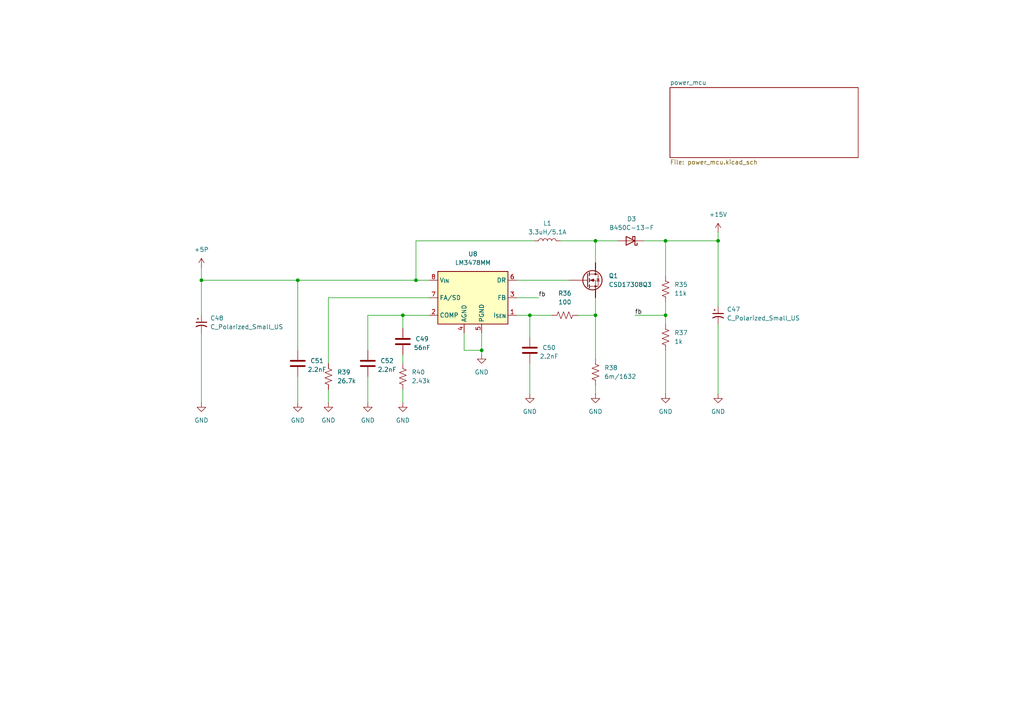
<source format=kicad_sch>
(kicad_sch (version 20250114) (generator "eeschema") (generator_version "9.0")
  (paper "A4")
  (lib_symbols
    (symbol "Regulator_Controller:LM3478MM"
      (property "Reference" "U" (at -9.525 8.89 0))
      (property "Value" "LM3478MM" (at 5.08 8.89 0))
      (symbol "LM3478MM_0_1"
        (rectangle (start -10.16 7.62) (end 10.16 -7.62) (stroke (width 0.254)) (fill (type background)))
      )
      (symbol "LM3478MM_1_1"
        (pin power_in line (at -12.7 5.08 0) (length 2.54) (name "V_{IN}") (number "8"))
        (pin input line (at -12.7 0 0) (length 2.54) (name "FA/SD") (number "7"))
        (pin input line (at -12.7 -5.08 0) (length 2.54) (name "COMP") (number "2"))
        (pin power_in line (at -2.54 -10.16 90) (length 2.54) (name "AGND") (number "4"))
        (pin power_in line (at 2.54 -10.16 90) (length 2.54) (name "PGND") (number "5"))
        (pin output line (at 12.7 5.08 180) (length 2.54) (name "DR") (number "6"))
        (pin input line (at 12.7 0 180) (length 2.54) (name "FB") (number "3"))
        (pin input line (at 12.7 -5.08 180) (length 2.54) (name "I_{SEN}") (number "1"))
      )
    )
    (symbol "common:C" (pin_numbers (hide yes)) (pin_names (offset 0.254))
      (property "Reference" "C" (at 0.635 2.54 0))
      (property "Value" "C" (at 0.635 -2.54 0))
      (symbol "C_0_1"
        (polyline (pts (xy -2.032 0.762) (xy 2.032 0.762)) (stroke (width 0.508)))
        (polyline (pts (xy -2.032 -0.762) (xy 2.032 -0.762)) (stroke (width 0.508)))
      )
      (symbol "C_1_1"
        (pin passive line (at 0 3.81 270) (length 2.794) (name "~") (number "1"))
        (pin passive line (at 0 -3.81 90) (length 2.794) (name "~") (number "2"))
      )
    )
    (symbol "common:C_Polarized_Small_US" (pin_numbers (hide yes)) (pin_names (offset 0.254) (hide yes))
      (property "Reference" "C" (at 0.254 1.778 0))
      (property "Value" "C_Polarized_Small_US" (at 0.254 -2.032 0))
      (symbol "C_Polarized_Small_US_0_1"
        (polyline (pts (xy -1.524 0.508) (xy 1.524 0.508)) (stroke (width 0.3048)))
        (polyline (pts (xy -1.27 1.524) (xy -0.762 1.524)))
        (polyline (pts (xy -1.016 1.27) (xy -1.016 1.778)))
        (arc (start -1.524 -0.762) (mid 0 -0.3734) (end 1.524 -0.762) (stroke (width 0.3048)))
      )
      (symbol "C_Polarized_Small_US_1_1"
        (pin passive line (at 0 2.54 270) (length 2.032) (name "~") (number "1"))
        (pin passive line (at 0 -2.54 90) (length 2.032) (name "~") (number "2"))
      )
    )
    (symbol "common:D_Schottky" (pin_numbers (hide yes)) (pin_names (offset 1.016) (hide yes))
      (property "Reference" "D" (at 0 2.54 0))
      (property "Value" "D_Schottky" (at 0 -2.54 0))
      (symbol "D_Schottky_0_1"
        (polyline (pts (xy -1.905 0.635) (xy -1.905 1.27) (xy -1.27 1.27) (xy -1.27 -1.27) (xy -0.635 -1.27) (xy -0.635 -0.635)) (stroke (width 0.254)))
        (polyline (pts (xy 1.27 1.27) (xy 1.27 -1.27) (xy -1.27 0) (xy 1.27 1.27)) (stroke (width 0.254)))
        (polyline (pts (xy 1.27 0) (xy -1.27 0)))
      )
      (symbol "D_Schottky_1_1"
        (pin passive line (at -3.81 0 0) (length 2.54) (name "K") (number "1"))
        (pin passive line (at 3.81 0 180) (length 2.54) (name "A") (number "2"))
      )
    )
    (symbol "common:L" (pin_numbers (hide yes)) (pin_names (offset 1.016) (hide yes))
      (property "Reference" "L" (at -1.27 0 90))
      (property "Value" "L" (at 1.905 0 90))
      (symbol "L_0_1"
        (arc (start 0 2.54) (mid 0.6323 1.905) (end 0 1.27))
        (arc (start 0 1.27) (mid 0.6323 0.635) (end 0 0))
        (arc (start 0 0) (mid 0.6323 -0.635) (end 0 -1.27))
        (arc (start 0 -1.27) (mid 0.6323 -1.905) (end 0 -2.54))
      )
      (symbol "L_1_1"
        (pin passive line (at 0 3.81 270) (length 1.27) (name "1") (number "1"))
        (pin passive line (at 0 -3.81 90) (length 1.27) (name "2") (number "2"))
      )
    )
    (symbol "common:R_US" (pin_numbers (hide yes)) (pin_names (offset 0))
      (property "Reference" "R" (at 2.54 0 90))
      (property "Value" "R_US" (at -2.54 0 90))
      (symbol "R_US_0_1"
        (polyline (pts (xy 0 2.286) (xy 0 2.54)))
        (polyline (pts (xy 0 2.286) (xy 1.016 1.905) (xy 0 1.524) (xy -1.016 1.143) (xy 0 0.762)))
        (polyline (pts (xy 0 0.762) (xy 1.016 0.381) (xy 0 0) (xy -1.016 -0.381) (xy 0 -0.762)))
        (polyline (pts (xy 0 -0.762) (xy 1.016 -1.143) (xy 0 -1.524) (xy -1.016 -1.905) (xy 0 -2.286)))
        (polyline (pts (xy 0 -2.286) (xy 0 -2.54)))
      )
      (symbol "R_US_1_1"
        (pin passive line (at 0 3.81 270) (length 1.27) (name "~") (number "1"))
        (pin passive line (at 0 -3.81 90) (length 1.27) (name "~") (number "2"))
      )
    )
    (symbol "power:+15V" (power) (pin_numbers (hide yes)) (pin_names (offset 0) (hide yes))
      (property "Value" "+15V" (at 0 3.556 0))
      (symbol "+15V_0_1"
        (polyline (pts (xy -0.762 1.27) (xy 0 2.54)))
        (polyline (pts (xy 0 2.54) (xy 0.762 1.27)))
        (polyline (pts (xy 0 0) (xy 0 2.54)))
      )
      (symbol "+15V_1_1"
        (pin power_in line (at 0 0 90) (length 0) (name "~") (number "1"))
      )
    )
    (symbol "power:+5P" (power) (pin_numbers (hide yes)) (pin_names (offset 0) (hide yes))
      (property "Value" "+5P" (at 0 3.556 0))
      (symbol "+5P_0_1"
        (polyline (pts (xy -0.762 1.27) (xy 0 2.54)))
        (polyline (pts (xy 0 2.54) (xy 0.762 1.27)))
        (polyline (pts (xy 0 0) (xy 0 2.54)))
      )
      (symbol "+5P_1_1"
        (pin power_in line (at 0 0 90) (length 0) (name "~") (number "1"))
      )
    )
    (symbol "power:GND" (power) (pin_numbers (hide yes)) (pin_names (offset 0) (hide yes))
      (property "Value" "GND" (at 0 -3.81 0))
      (symbol "GND_0_1"
        (polyline (pts (xy 0 0) (xy 0 -1.27) (xy 1.27 -1.27) (xy 0 -2.54) (xy -1.27 -1.27) (xy 0 -1.27)))
      )
      (symbol "GND_1_1"
        (pin power_in line (at 0 0 270) (length 0) (name "~") (number "1"))
      )
    )
    (symbol "power_gen:CSD17308Q3" (pin_numbers (hide yes)) (pin_names (offset 0) (hide yes))
      (property "Reference" "Q" (at 5.08 1.27 0))
      (property "Value" "CSD17308Q3" (at 5.08 -1.27 0))
      (symbol "CSD17308Q3_0_1"
        (polyline (pts (xy 0.254 1.905) (xy 0.254 -1.905)) (stroke (width 0.254)))
        (polyline (pts (xy 0.254 0) (xy -2.54 0)))
        (polyline (pts (xy 0.762 2.286) (xy 0.762 1.27)) (stroke (width 0.254)))
        (polyline (pts (xy 0.762 0.508) (xy 0.762 -0.508)) (stroke (width 0.254)))
        (polyline (pts (xy 0.762 -1.27) (xy 0.762 -2.286)) (stroke (width 0.254)))
        (polyline (pts (xy 0.762 -1.778) (xy 3.302 -1.778) (xy 3.302 1.778) (xy 0.762 1.778)))
        (polyline (pts (xy 1.016 0) (xy 2.032 0.381) (xy 2.032 -0.381) (xy 1.016 0)) (fill (type outline)))
        (circle (center 1.651 0) (radius 2.794) (stroke (width 0.254)))
        (polyline (pts (xy 2.54 2.54) (xy 2.54 1.778)))
        (circle (center 2.54 1.778) (radius 0.254) (fill (type outline)))
        (circle (center 2.54 -1.778) (radius 0.254) (fill (type outline)))
        (polyline (pts (xy 2.54 -2.54) (xy 2.54 0) (xy 0.762 0)))
        (polyline (pts (xy 2.921 0.381) (xy 3.683 0.381)))
        (polyline (pts (xy 3.302 0.381) (xy 2.921 -0.254) (xy 3.683 -0.254) (xy 3.302 0.381)))
      )
      (symbol "CSD17308Q3_1_1"
        (pin input line (at -5.08 0 0) (length 2.54) (name "G") (number "4"))
        (pin passive line (at 2.54 5.08 270) (length 2.54) (name "D") (number "5"))
        (pin passive line (at 2.54 5.08 270) (length 2.54) (name "D") (number "6"))
        (pin passive line (at 2.54 5.08 270) (length 2.54) (name "D") (number "7"))
        (pin passive line (at 2.54 5.08 270) (length 2.54) (name "D") (number "8"))
        (pin passive line (at 2.54 5.08 270) (length 2.54) (name "D") (number "9"))
        (pin passive line (at 2.54 -5.08 90) (length 2.54) (name "S") (number "1"))
        (pin passive line (at 2.54 -5.08 90) (length 2.54) (name "S") (number "2"))
        (pin passive line (at 2.54 -5.08 90) (length 2.54) (name "S") (number "3"))
      )
    )
  )
  (junction (at 116.84 91.44))
  (junction (at 58.42 81.28))
  (junction (at 172.72 69.85))
  (junction (at 193.04 69.85))
  (junction (at 139.7 101.6))
  (junction (at 172.72 91.44))
  (junction (at 120.65 81.28))
  (junction (at 86.36 81.28))
  (junction (at 193.04 91.44))
  (junction (at 153.67 91.44))
  (junction (at 208.28 69.85))
  (wire (pts (xy 153.67 97.79) (xy 153.67 91.44)))
  (wire (pts (xy 116.84 91.44) (xy 124.46 91.44)))
  (wire (pts (xy 95.25 113.03) (xy 95.25 116.84)))
  (wire (pts (xy 172.72 69.85) (xy 172.72 76.2)))
  (wire (pts (xy 162.56 69.85) (xy 172.72 69.85)))
  (wire (pts (xy 208.28 69.85) (xy 193.04 69.85)))
  (wire (pts (xy 154.94 69.85) (xy 120.65 69.85)))
  (wire (pts (xy 134.62 101.6) (xy 139.7 101.6)))
  (wire (pts (xy 193.04 69.85) (xy 186.69 69.85)))
  (wire (pts (xy 116.84 113.03) (xy 116.84 116.84)))
  (wire (pts (xy 193.04 87.63) (xy 193.04 91.44)))
  (wire (pts (xy 120.65 81.28) (xy 124.46 81.28)))
  (wire (pts (xy 95.25 86.36) (xy 95.25 105.41)))
  (wire (pts (xy 106.68 109.22) (xy 106.68 116.84)))
  (wire (pts (xy 139.7 101.6) (xy 139.7 102.87)))
  (wire (pts (xy 86.36 109.22) (xy 86.36 116.84)))
  (wire (pts (xy 116.84 91.44) (xy 116.84 95.25)))
  (wire (pts (xy 95.25 86.36) (xy 124.46 86.36)))
  (wire (pts (xy 193.04 101.6) (xy 193.04 114.3)))
  (wire (pts (xy 149.86 86.36) (xy 156.21 86.36)))
  (wire (pts (xy 134.62 96.52) (xy 134.62 101.6)))
  (wire (pts (xy 172.72 91.44) (xy 172.72 86.36)))
  (wire (pts (xy 208.28 88.9) (xy 208.28 69.85)))
  (wire (pts (xy 184.15 91.44) (xy 193.04 91.44)))
  (wire (pts (xy 86.36 81.28) (xy 86.36 101.6)))
  (wire (pts (xy 149.86 81.28) (xy 165.1 81.28)))
  (wire (pts (xy 208.28 93.98) (xy 208.28 114.3)))
  (wire (pts (xy 149.86 91.44) (xy 153.67 91.44)))
  (wire (pts (xy 116.84 102.87) (xy 116.84 105.41)))
  (wire (pts (xy 58.42 96.52) (xy 58.42 116.84)))
  (wire (pts (xy 172.72 111.76) (xy 172.72 114.3)))
  (wire (pts (xy 153.67 91.44) (xy 160.02 91.44)))
  (wire (pts (xy 153.67 105.41) (xy 153.67 114.3)))
  (wire (pts (xy 172.72 69.85) (xy 179.07 69.85)))
  (wire (pts (xy 172.72 104.14) (xy 172.72 91.44)))
  (wire (pts (xy 139.7 96.52) (xy 139.7 101.6)))
  (wire (pts (xy 58.42 91.44) (xy 58.42 81.28)))
  (wire (pts (xy 86.36 81.28) (xy 120.65 81.28)))
  (wire (pts (xy 208.28 67.31) (xy 208.28 69.85)))
  (wire (pts (xy 120.65 69.85) (xy 120.65 81.28)))
  (wire (pts (xy 106.68 91.44) (xy 116.84 91.44)))
  (wire (pts (xy 58.42 81.28) (xy 58.42 77.47)))
  (wire (pts (xy 167.64 91.44) (xy 172.72 91.44)))
  (wire (pts (xy 106.68 91.44) (xy 106.68 101.6)))
  (wire (pts (xy 193.04 69.85) (xy 193.04 80.01)))
  (wire (pts (xy 193.04 91.44) (xy 193.04 93.98)))
  (wire (pts (xy 58.42 81.28) (xy 86.36 81.28)))
  (label "fb" (at 184.15 91.44 0))
  (label "fb" (at 156.21 86.36 0))
  (symbol (lib_id "common:C") (at 116.84 99.06 180) (unit 1)
    (property "Reference" "C49" (at 122.428 98.298 0))
    (property "Value" "56nF" (at 122.428 100.838 0))
    (property "Footprint" "Capacitor_SMD:C_0603_1608Metric" (effects (hide yes)))
    (property "Description" "Unpolarized capacitor" (effects (hide yes)))
    (property "Part Number" "any" (effects (hide yes)))
    (property "Manufacturer" "any" (effects (hide yes)))
  )
  (symbol (lib_id "common:C_Polarized_Small_US") (at 208.28 91.44 0) (unit 1)
    (property "Reference" "C47" (at 210.82 89.7381 0) (effects (justify left)))
    (property "Value" "C_Polarized_Small_US" (at 210.82 92.2781 0) (effects (justify left)))
    (property "Description" "Polarized capacitor, small US symbol" (effects (hide yes)))
  )
  (symbol (lib_id "common:R_US") (at 95.25 109.22 180) (unit 1)
    (property "Reference" "R39" (at 97.79 107.9499 0) (effects (justify right)))
    (property "Value" "26.7k" (at 97.79 110.4899 0) (effects (justify right)))
    (property "Footprint" "Resistor_SMD:R_0603_1608Metric" (effects (hide yes)))
    (property "Description" "Resistor, US symbol" (effects (hide yes)))
  )
  (symbol (lib_id "power:GND") (at 95.25 116.84 0) (unit 1)
    (property "Reference" "#PWR098" (effects (hide yes)))
    (property "Value" "GND" (at 95.25 121.92 0))
    (property "Description" "Power symbol creates a global label with name \"GND\" , ground" (effects (hide yes)))
  )
  (symbol (lib_id "power:GND") (at 86.36 116.84 0) (unit 1)
    (property "Reference" "#PWR097" (effects (hide yes)))
    (property "Value" "GND" (at 86.36 121.92 0))
    (property "Description" "Power symbol creates a global label with name \"GND\" , ground" (effects (hide yes)))
  )
  (symbol (lib_id "common:R_US") (at 116.84 109.22 180) (unit 1)
    (property "Reference" "R40" (at 119.38 107.9499 0) (effects (justify right)))
    (property "Value" "2.43k" (at 119.38 110.4899 0) (effects (justify right)))
    (property "Footprint" "Resistor_SMD:R_0603_1608Metric" (effects (hide yes)))
    (property "Description" "Resistor, US symbol" (effects (hide yes)))
  )
  (symbol (lib_id "common:R_US") (at 163.83 91.44 270) (unit 1)
    (property "Reference" "R36" (at 163.83 85.09 90))
    (property "Value" "100" (at 163.83 87.63 90))
    (property "Footprint" "Resistor_SMD:R_0603_1608Metric" (effects (hide yes)))
    (property "Description" "Resistor, US symbol" (effects (hide yes)))
  )
  (symbol (lib_id "power:GND") (at 106.68 116.84 0) (unit 1)
    (property "Reference" "#PWR099" (effects (hide yes)))
    (property "Value" "GND" (at 106.68 121.92 0))
    (property "Description" "Power symbol creates a global label with name \"GND\" , ground" (effects (hide yes)))
  )
  (symbol (lib_id "Regulator_Controller:LM3478MM") (at 137.16 86.36 0) (unit 1)
    (property "Reference" "U8" (at 137.16 73.66 0))
    (property "Value" "LM3478MM" (at 137.16 76.2 0))
    (property "Footprint" "Package_SO:VSSOP-8_3x3mm_P0.65mm" (effects (hide yes)))
    (property "Datasheet" "https://www.ti.com/lit/gpn/lm3478" (effects (hide yes)))
    (property "Description" "2.97~40V Wide Input Range Boost/SEPIC/Flyback DC-DC Controller, VSSOP-8" (effects (hide yes)))
  )
  (symbol (lib_id "common:C") (at 153.67 101.6 180) (unit 1)
    (property "Reference" "C50" (at 159.258 100.838 0))
    (property "Value" "2.2nF" (at 159.258 103.378 0))
    (property "Footprint" "Capacitor_SMD:C_0603_1608Metric" (effects (hide yes)))
    (property "Description" "Unpolarized capacitor" (effects (hide yes)))
    (property "Part Number" "any" (effects (hide yes)))
    (property "Manufacturer" "any" (effects (hide yes)))
  )
  (symbol (lib_id "common:C") (at 86.36 105.41 180) (unit 1)
    (property "Reference" "C51" (at 91.948 104.648 0))
    (property "Value" "2.2nF" (at 91.948 107.188 0))
    (property "Footprint" "Capacitor_SMD:C_0603_1608Metric" (effects (hide yes)))
    (property "Description" "Unpolarized capacitor" (effects (hide yes)))
    (property "Part Number" "any" (effects (hide yes)))
    (property "Manufacturer" "any" (effects (hide yes)))
  )
  (symbol (lib_id "common:D_Schottky") (at 182.88 69.85 180) (unit 1)
    (property "Reference" "D3" (at 183.1975 63.5 0))
    (property "Value" "B450C-13-F" (at 183.1975 66.04 0))
    (property "Description" "Schottky diode" (effects (hide yes)))
    (property "Part Number" "B450C-13-F" (effects (hide yes)))
  )
  (symbol (lib_id "power:GND") (at 58.42 116.84 0) (unit 1)
    (property "Reference" "#PWR096" (effects (hide yes)))
    (property "Value" "GND" (at 58.42 121.92 0))
    (property "Description" "Power symbol creates a global label with name \"GND\" , ground" (effects (hide yes)))
  )
  (symbol (lib_id "power:+15V") (at 208.28 67.31 0) (unit 1)
    (property "Reference" "#PWR0103" (effects (hide yes)))
    (property "Value" "+15V" (at 208.28 62.23 0))
    (property "Description" "Power symbol creates a global label with name \"+15V\"" (effects (hide yes)))
  )
  (symbol (lib_id "common:C") (at 106.68 105.41 180) (unit 1)
    (property "Reference" "C52" (at 112.268 104.648 0))
    (property "Value" "2.2nF" (at 112.268 107.188 0))
    (property "Footprint" "Capacitor_SMD:C_0603_1608Metric" (effects (hide yes)))
    (property "Description" "Unpolarized capacitor" (effects (hide yes)))
    (property "Part Number" "any" (effects (hide yes)))
    (property "Manufacturer" "any" (effects (hide yes)))
  )
  (symbol (lib_id "power:GND") (at 139.7 102.87 0) (unit 1)
    (property "Reference" "#PWR091" (effects (hide yes)))
    (property "Value" "GND" (at 139.7 107.95 0))
    (property "Description" "Power symbol creates a global label with name \"GND\" , ground" (effects (hide yes)))
  )
  (symbol (lib_id "common:C_Polarized_Small_US") (at 58.42 93.98 0) (unit 1)
    (property "Reference" "C48" (at 60.96 92.2781 0) (effects (justify left)))
    (property "Value" "C_Polarized_Small_US" (at 60.96 94.8181 0) (effects (justify left)))
    (property "Description" "Polarized capacitor, small US symbol" (effects (hide yes)))
  )
  (symbol (lib_id "power:GND") (at 193.04 114.3 0) (unit 1)
    (property "Reference" "#PWR094" (effects (hide yes)))
    (property "Value" "GND" (at 193.04 119.38 0))
    (property "Description" "Power symbol creates a global label with name \"GND\" , ground" (effects (hide yes)))
  )
  (symbol (lib_id "common:L") (at 158.75 69.85 90) (unit 1)
    (property "Reference" "L1" (at 158.75 64.77 90))
    (property "Value" "3.3uH/5.1A" (at 158.75 67.31 90))
    (property "Description" "Inductor" (effects (hide yes)))
    (property "Part Number" "XAL7070-332MEB" (effects (hide yes)))
  )
  (symbol (lib_id "power_gen:CSD17308Q3") (at 170.18 81.28 0) (unit 1)
    (property "Reference" "Q1" (at 176.53 80.0099 0) (effects (justify left)))
    (property "Value" "CSD17308Q3" (at 176.53 82.5499 0) (effects (justify left)))
    (property "Description" "N-MOSFET transistor" (effects (hide yes)))
  )
  (symbol (lib_id "common:R_US") (at 172.72 107.95 180) (unit 1)
    (property "Reference" "R38" (at 175.26 106.6799 0) (effects (justify right)))
    (property "Value" "6m/1632" (at 175.26 109.2199 0) (effects (justify right)))
    (property "Footprint" "Resistor_SMD:R_0612_1632Metric" (effects (hide yes)))
    (property "Description" "Resistor, US symbol" (effects (hide yes)))
    (property "Part Number" "PRL1632-R006-F-T1" (effects (hide yes)))
  )
  (symbol (lib_id "power:+5P") (at 58.42 77.47 0) (unit 1)
    (property "Reference" "#PWR090" (effects (hide yes)))
    (property "Value" "+5P" (at 58.42 72.39 0))
    (property "Description" "Power symbol creates a global label with name \"+5P\"" (effects (hide yes)))
  )
  (symbol (lib_id "common:R_US") (at 193.04 97.79 0) (unit 1)
    (property "Reference" "R37" (at 195.58 96.5199 0) (effects (justify left)))
    (property "Value" "1k" (at 195.58 99.0599 0) (effects (justify left)))
    (property "Footprint" "Resistor_SMD:R_0603_1608Metric" (effects (hide yes)))
    (property "Description" "Resistor, US symbol" (effects (hide yes)))
  )
  (symbol (lib_id "power:GND") (at 116.84 116.84 0) (unit 1)
    (property "Reference" "#PWR0100" (effects (hide yes)))
    (property "Value" "GND" (at 116.84 121.92 0))
    (property "Description" "Power symbol creates a global label with name \"GND\" , ground" (effects (hide yes)))
  )
  (symbol (lib_id "common:R_US") (at 193.04 83.82 0) (unit 1)
    (property "Reference" "R35" (at 195.58 82.5499 0) (effects (justify left)))
    (property "Value" "11k" (at 195.58 85.0899 0) (effects (justify left)))
    (property "Footprint" "Resistor_SMD:R_0603_1608Metric" (effects (hide yes)))
    (property "Description" "Resistor, US symbol" (effects (hide yes)))
  )
  (symbol (lib_id "power:GND") (at 208.28 114.3 0) (unit 1)
    (property "Reference" "#PWR095" (effects (hide yes)))
    (property "Value" "GND" (at 208.28 119.38 0))
    (property "Description" "Power symbol creates a global label with name \"GND\" , ground" (effects (hide yes)))
  )
  (symbol (lib_id "power:GND") (at 172.72 114.3 0) (unit 1)
    (property "Reference" "#PWR093" (effects (hide yes)))
    (property "Value" "GND" (at 172.72 119.38 0))
    (property "Description" "Power symbol creates a global label with name \"GND\" , ground" (effects (hide yes)))
  )
  (symbol (lib_id "power:GND") (at 153.67 114.3 0) (unit 1)
    (property "Reference" "#PWR092" (effects (hide yes)))
    (property "Value" "GND" (at 153.67 119.38 0))
    (property "Description" "Power symbol creates a global label with name \"GND\" , ground" (effects (hide yes)))
  )
  (sheet (at 194.31 25.4) (size 54.61 20.32) (stroke (width 0.1524))
    (property "Sheetname" "power_mcu" (at 194.31 24.6884 0) (effects (justify left bottom)))
    (property "Sheetfile" "power_mcu.kicad_sch" (at 194.31 46.3046 0) (effects (justify left top)))
  )
)
</source>
